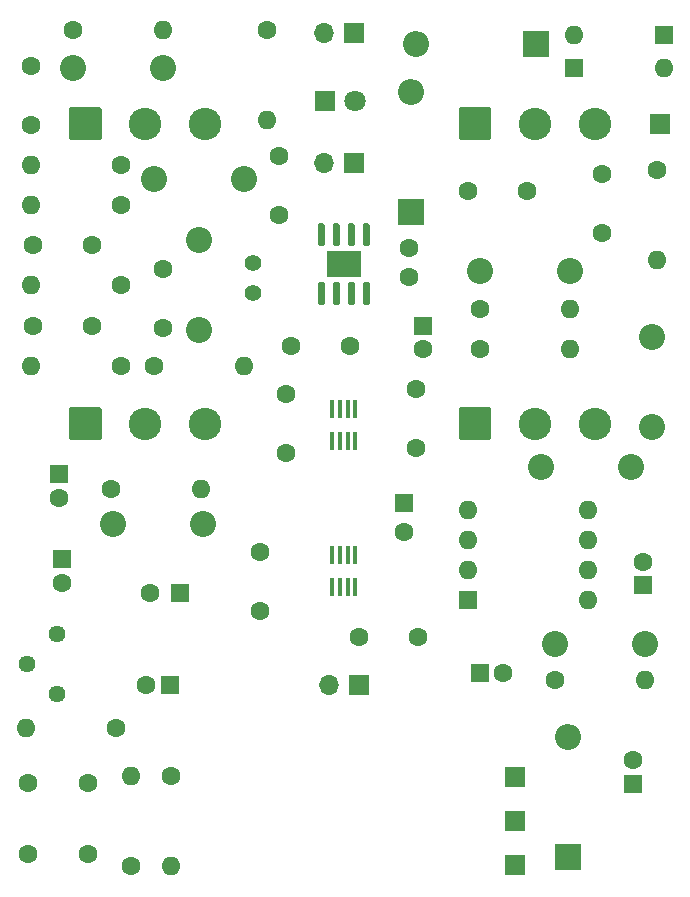
<source format=gts>
G04 #@! TF.GenerationSoftware,KiCad,Pcbnew,(5.1.10)-1*
G04 #@! TF.CreationDate,2022-03-26T18:38:29-04:00*
G04 #@! TF.ProjectId,malice-striker,6d616c69-6365-42d7-9374-72696b65722e,rev?*
G04 #@! TF.SameCoordinates,Original*
G04 #@! TF.FileFunction,Soldermask,Top*
G04 #@! TF.FilePolarity,Negative*
%FSLAX46Y46*%
G04 Gerber Fmt 4.6, Leading zero omitted, Abs format (unit mm)*
G04 Created by KiCad (PCBNEW (5.1.10)-1) date 2022-03-26 18:38:29*
%MOMM*%
%LPD*%
G01*
G04 APERTURE LIST*
%ADD10R,1.700000X1.700000*%
%ADD11O,1.700000X1.700000*%
%ADD12C,2.743200*%
%ADD13R,0.400000X1.560000*%
%ADD14R,3.000000X2.290000*%
%ADD15R,1.600000X1.600000*%
%ADD16O,1.600000X1.600000*%
%ADD17C,1.440000*%
%ADD18C,1.600000*%
%ADD19C,2.203200*%
%ADD20R,2.200000X2.200000*%
%ADD21O,2.200000X2.200000*%
%ADD22C,1.400000*%
%ADD23C,1.800000*%
%ADD24R,1.800000X1.800000*%
G04 APERTURE END LIST*
D10*
X61000000Y-106500000D03*
X61000000Y-102750000D03*
X61000000Y-99000000D03*
X73250000Y-43750000D03*
X47800000Y-91200000D03*
D11*
X45260000Y-91200000D03*
D10*
X47400000Y-47000000D03*
D11*
X44860000Y-47000000D03*
D10*
X47400000Y-36000000D03*
D11*
X44860000Y-36000000D03*
D12*
X34780000Y-43700000D03*
X29700000Y-43700000D03*
G36*
G01*
X25991600Y-42430000D02*
X25991600Y-44970000D01*
G75*
G02*
X25890000Y-45071600I-101600J0D01*
G01*
X23350000Y-45071600D01*
G75*
G02*
X23248400Y-44970000I0J101600D01*
G01*
X23248400Y-42430000D01*
G75*
G02*
X23350000Y-42328400I101600J0D01*
G01*
X25890000Y-42328400D01*
G75*
G02*
X25991600Y-42430000I0J-101600D01*
G01*
G37*
D13*
X47480000Y-80250000D03*
X46830000Y-80250000D03*
X46170000Y-80250000D03*
X45520000Y-80250000D03*
X45520000Y-82950000D03*
X46170000Y-82950000D03*
X46830000Y-82950000D03*
X47480000Y-82950000D03*
D14*
X46500000Y-55600000D03*
G36*
G01*
X48255000Y-57100000D02*
X48555000Y-57100000D01*
G75*
G02*
X48705000Y-57250000I0J-150000D01*
G01*
X48705000Y-58900000D01*
G75*
G02*
X48555000Y-59050000I-150000J0D01*
G01*
X48255000Y-59050000D01*
G75*
G02*
X48105000Y-58900000I0J150000D01*
G01*
X48105000Y-57250000D01*
G75*
G02*
X48255000Y-57100000I150000J0D01*
G01*
G37*
G36*
G01*
X46985000Y-57100000D02*
X47285000Y-57100000D01*
G75*
G02*
X47435000Y-57250000I0J-150000D01*
G01*
X47435000Y-58900000D01*
G75*
G02*
X47285000Y-59050000I-150000J0D01*
G01*
X46985000Y-59050000D01*
G75*
G02*
X46835000Y-58900000I0J150000D01*
G01*
X46835000Y-57250000D01*
G75*
G02*
X46985000Y-57100000I150000J0D01*
G01*
G37*
G36*
G01*
X45715000Y-57100000D02*
X46015000Y-57100000D01*
G75*
G02*
X46165000Y-57250000I0J-150000D01*
G01*
X46165000Y-58900000D01*
G75*
G02*
X46015000Y-59050000I-150000J0D01*
G01*
X45715000Y-59050000D01*
G75*
G02*
X45565000Y-58900000I0J150000D01*
G01*
X45565000Y-57250000D01*
G75*
G02*
X45715000Y-57100000I150000J0D01*
G01*
G37*
G36*
G01*
X44445000Y-57100000D02*
X44745000Y-57100000D01*
G75*
G02*
X44895000Y-57250000I0J-150000D01*
G01*
X44895000Y-58900000D01*
G75*
G02*
X44745000Y-59050000I-150000J0D01*
G01*
X44445000Y-59050000D01*
G75*
G02*
X44295000Y-58900000I0J150000D01*
G01*
X44295000Y-57250000D01*
G75*
G02*
X44445000Y-57100000I150000J0D01*
G01*
G37*
G36*
G01*
X44445000Y-52150000D02*
X44745000Y-52150000D01*
G75*
G02*
X44895000Y-52300000I0J-150000D01*
G01*
X44895000Y-53950000D01*
G75*
G02*
X44745000Y-54100000I-150000J0D01*
G01*
X44445000Y-54100000D01*
G75*
G02*
X44295000Y-53950000I0J150000D01*
G01*
X44295000Y-52300000D01*
G75*
G02*
X44445000Y-52150000I150000J0D01*
G01*
G37*
G36*
G01*
X45715000Y-52150000D02*
X46015000Y-52150000D01*
G75*
G02*
X46165000Y-52300000I0J-150000D01*
G01*
X46165000Y-53950000D01*
G75*
G02*
X46015000Y-54100000I-150000J0D01*
G01*
X45715000Y-54100000D01*
G75*
G02*
X45565000Y-53950000I0J150000D01*
G01*
X45565000Y-52300000D01*
G75*
G02*
X45715000Y-52150000I150000J0D01*
G01*
G37*
G36*
G01*
X46985000Y-52150000D02*
X47285000Y-52150000D01*
G75*
G02*
X47435000Y-52300000I0J-150000D01*
G01*
X47435000Y-53950000D01*
G75*
G02*
X47285000Y-54100000I-150000J0D01*
G01*
X46985000Y-54100000D01*
G75*
G02*
X46835000Y-53950000I0J150000D01*
G01*
X46835000Y-52300000D01*
G75*
G02*
X46985000Y-52150000I150000J0D01*
G01*
G37*
G36*
G01*
X48255000Y-52150000D02*
X48555000Y-52150000D01*
G75*
G02*
X48705000Y-52300000I0J-150000D01*
G01*
X48705000Y-53950000D01*
G75*
G02*
X48555000Y-54100000I-150000J0D01*
G01*
X48255000Y-54100000D01*
G75*
G02*
X48105000Y-53950000I0J150000D01*
G01*
X48105000Y-52300000D01*
G75*
G02*
X48255000Y-52150000I150000J0D01*
G01*
G37*
D15*
X57000000Y-84000000D03*
D16*
X67160000Y-76380000D03*
X57000000Y-81460000D03*
X67160000Y-78920000D03*
X57000000Y-78920000D03*
X67160000Y-81460000D03*
X57000000Y-76380000D03*
X67160000Y-84000000D03*
D13*
X47480000Y-67850000D03*
X46830000Y-67850000D03*
X46170000Y-67850000D03*
X45520000Y-67850000D03*
X45520000Y-70550000D03*
X46170000Y-70550000D03*
X46830000Y-70550000D03*
X47480000Y-70550000D03*
G36*
G01*
X58991600Y-67830000D02*
X58991600Y-70370000D01*
G75*
G02*
X58890000Y-70471600I-101600J0D01*
G01*
X56350000Y-70471600D01*
G75*
G02*
X56248400Y-70370000I0J101600D01*
G01*
X56248400Y-67830000D01*
G75*
G02*
X56350000Y-67728400I101600J0D01*
G01*
X58890000Y-67728400D01*
G75*
G02*
X58991600Y-67830000I0J-101600D01*
G01*
G37*
D12*
X62700000Y-69100000D03*
X67780000Y-69100000D03*
D17*
X22200000Y-92000000D03*
X19660000Y-89460000D03*
X22200000Y-86920000D03*
D18*
X28500000Y-106550000D03*
D16*
X28500000Y-98930000D03*
X72020000Y-90800000D03*
D18*
X64400000Y-90800000D03*
D19*
X70810000Y-72800000D03*
X63190000Y-72800000D03*
D18*
X27600000Y-64200000D03*
D16*
X19980000Y-64200000D03*
X38020000Y-64200000D03*
D18*
X30400000Y-64200000D03*
D19*
X64390000Y-87800000D03*
X72010000Y-87800000D03*
D16*
X19980000Y-57400000D03*
D18*
X27600000Y-57400000D03*
X31900000Y-98950000D03*
D16*
X31900000Y-106570000D03*
X73000000Y-55220000D03*
D18*
X73000000Y-47600000D03*
D19*
X38010000Y-48400000D03*
X30390000Y-48400000D03*
D16*
X19980000Y-47200000D03*
D18*
X27600000Y-47200000D03*
X26800000Y-74600000D03*
D16*
X34420000Y-74600000D03*
X19580000Y-94900000D03*
D18*
X27200000Y-94900000D03*
D19*
X26990000Y-77600000D03*
X34610000Y-77600000D03*
D16*
X19980000Y-50600000D03*
D18*
X27600000Y-50600000D03*
D16*
X65620000Y-62800000D03*
D18*
X58000000Y-62800000D03*
D19*
X34200000Y-53590000D03*
X34200000Y-61210000D03*
X72600000Y-69410000D03*
X72600000Y-61790000D03*
X57990000Y-56200000D03*
X65610000Y-56200000D03*
D16*
X65620000Y-59400000D03*
D18*
X58000000Y-59400000D03*
D19*
X23590000Y-39000000D03*
X31210000Y-39000000D03*
D16*
X31220000Y-35800000D03*
D18*
X23600000Y-35800000D03*
X40000000Y-35800000D03*
D16*
X40000000Y-43420000D03*
G36*
G01*
X58991600Y-42430000D02*
X58991600Y-44970000D01*
G75*
G02*
X58890000Y-45071600I-101600J0D01*
G01*
X56350000Y-45071600D01*
G75*
G02*
X56248400Y-44970000I0J101600D01*
G01*
X56248400Y-42430000D01*
G75*
G02*
X56350000Y-42328400I101600J0D01*
G01*
X58890000Y-42328400D01*
G75*
G02*
X58991600Y-42430000I0J-101600D01*
G01*
G37*
D12*
X62700000Y-43700000D03*
X67780000Y-43700000D03*
D16*
X65980000Y-36200000D03*
D15*
X73600000Y-36200000D03*
D16*
X73620000Y-39000000D03*
D15*
X66000000Y-39000000D03*
D20*
X65500000Y-105800000D03*
D21*
X65500000Y-95640000D03*
D20*
X52200000Y-51200000D03*
D21*
X52200000Y-41040000D03*
D20*
X62800000Y-37000000D03*
D21*
X52640000Y-37000000D03*
D18*
X22400000Y-75400000D03*
D15*
X22400000Y-73400000D03*
D18*
X71000000Y-97600000D03*
D15*
X71000000Y-99600000D03*
D18*
X39400000Y-80000000D03*
X39400000Y-85000000D03*
X20200000Y-60800000D03*
X25200000Y-60800000D03*
D15*
X32600000Y-83400000D03*
D18*
X30100000Y-83400000D03*
X22600000Y-82600000D03*
D15*
X22600000Y-80600000D03*
D18*
X52600000Y-71200000D03*
X52600000Y-66200000D03*
X42000000Y-62500000D03*
X47000000Y-62500000D03*
X24800000Y-105500000D03*
X19800000Y-105500000D03*
X52800000Y-87200000D03*
X47800000Y-87200000D03*
X24800000Y-99500000D03*
X19800000Y-99500000D03*
X41600000Y-66600000D03*
X41600000Y-71600000D03*
X51600000Y-78300000D03*
D15*
X51600000Y-75800000D03*
D18*
X53200000Y-62800000D03*
D15*
X53200000Y-60800000D03*
D22*
X38800000Y-58000000D03*
X38800000Y-55500000D03*
D18*
X52000000Y-54200000D03*
X52000000Y-56700000D03*
X60000000Y-90250000D03*
D15*
X58000000Y-90250000D03*
D18*
X25200000Y-54000000D03*
X20200000Y-54000000D03*
X31200000Y-56000000D03*
X31200000Y-61000000D03*
X68400000Y-48000000D03*
X68400000Y-53000000D03*
X57000000Y-49400000D03*
X62000000Y-49400000D03*
X71800000Y-80800000D03*
D15*
X71800000Y-82800000D03*
D18*
X29750000Y-91250000D03*
D15*
X31750000Y-91250000D03*
D18*
X20000000Y-43800000D03*
X20000000Y-38800000D03*
X41000000Y-46400000D03*
X41000000Y-51400000D03*
G36*
G01*
X25991600Y-67830000D02*
X25991600Y-70370000D01*
G75*
G02*
X25890000Y-70471600I-101600J0D01*
G01*
X23350000Y-70471600D01*
G75*
G02*
X23248400Y-70370000I0J101600D01*
G01*
X23248400Y-67830000D01*
G75*
G02*
X23350000Y-67728400I101600J0D01*
G01*
X25890000Y-67728400D01*
G75*
G02*
X25991600Y-67830000I0J-101600D01*
G01*
G37*
D12*
X29700000Y-69100000D03*
X34780000Y-69100000D03*
D23*
X47470000Y-41790000D03*
D24*
X44930000Y-41790000D03*
M02*

</source>
